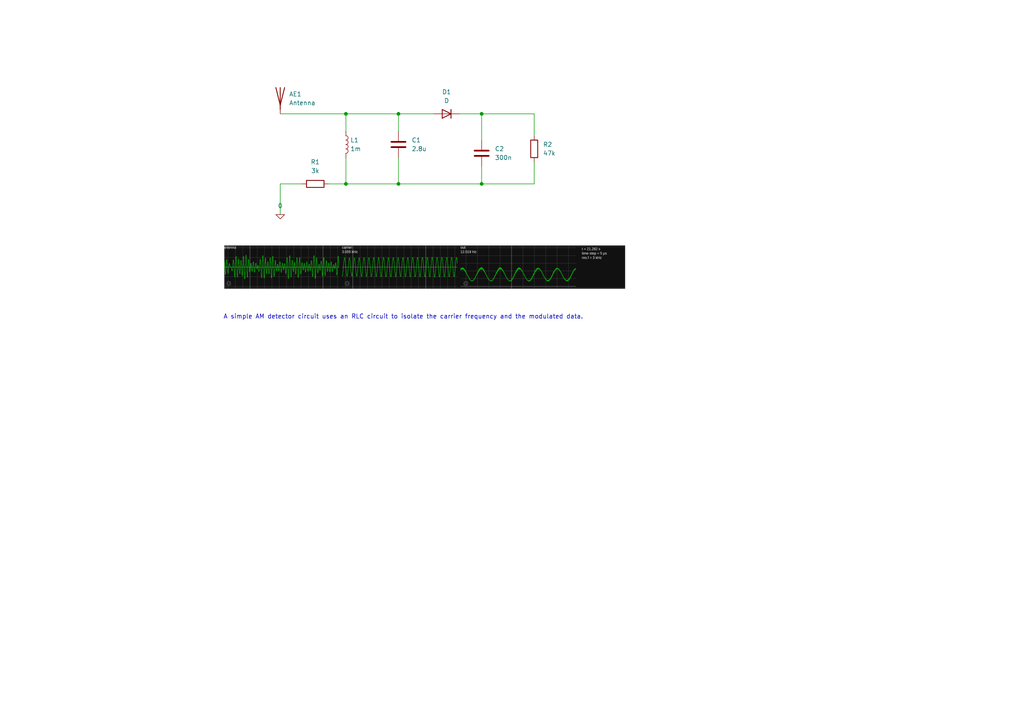
<source format=kicad_sch>
(kicad_sch (version 20230121) (generator eeschema)
  (paper "A4")
  (lib_symbols
    (symbol "Device:Antenna" (pin_numbers hide) (pin_names (offset 1.016) hide)
      (property "Reference" "AE" (at -1.905 1.905 0))
      (property "Value" "Antenna" (at -1.905 0 0))
      (symbol "Antenna_0_1"
        (polyline (pts (xy 0 2.54) (xy 0 -3.81)) (stroke (width 0.254)))
        (polyline (pts (xy 1.27 2.54) (xy 0 -2.54) (xy -1.27 2.54)) (stroke (width 0.254)))
      )
      (symbol "Antenna_1_1"
        (pin input line (at 0 -5.08 90) (length 2.54) (name "A") (number "1"))
      )
    )
    (symbol "Device:C" (pin_numbers hide) (pin_names (offset 0.254))
      (property "Reference" "C" (at 0.635 2.54 0))
      (property "Value" "C" (at 0.635 -2.54 0))
      (symbol "C_0_1"
        (polyline (pts (xy -2.032 -0.762) (xy 2.032 -0.762)) (stroke (width 0.508)))
        (polyline (pts (xy -2.032 0.762) (xy 2.032 0.762)) (stroke (width 0.508)))
      )
      (symbol "C_1_1"
        (pin passive line (at 0 3.81 270) (length 2.794) (name "~") (number "1"))
        (pin passive line (at 0 -3.81 90) (length 2.794) (name "~") (number "2"))
      )
    )
    (symbol "Device:D" (pin_numbers hide) (pin_names (offset 1.016) hide)
      (property "Reference" "D" (at 0 2.54 0))
      (property "Value" "D" (at 0 -2.54 0))
      (symbol "D_0_1"
        (polyline (pts (xy -1.27 1.27) (xy -1.27 -1.27)) (stroke (width 0.254)))
        (polyline (pts (xy 1.27 0) (xy -1.27 0)))
        (polyline (pts (xy 1.27 1.27) (xy 1.27 -1.27) (xy -1.27 0) (xy 1.27 1.27)) (stroke (width 0.254)))
      )
      (symbol "D_1_1"
        (pin passive line (at -3.81 0 0) (length 2.54) (name "K") (number "1"))
        (pin passive line (at 3.81 0 180) (length 2.54) (name "A") (number "2"))
      )
    )
    (symbol "Device:L" (pin_numbers hide) (pin_names (offset 1.016) hide)
      (property "Reference" "L" (at -1.27 0 90))
      (property "Value" "L" (at 1.905 0 90))
      (symbol "L_0_1"
        (arc (start 0 -2.54) (mid 0.6323 -1.905) (end 0 -1.27))
        (arc (start 0 -1.27) (mid 0.6323 -0.635) (end 0 0))
        (arc (start 0 0) (mid 0.6323 0.635) (end 0 1.27))
        (arc (start 0 1.27) (mid 0.6323 1.905) (end 0 2.54))
      )
      (symbol "L_1_1"
        (pin passive line (at 0 3.81 270) (length 1.27) (name "1") (number "1"))
        (pin passive line (at 0 -3.81 90) (length 1.27) (name "2") (number "2"))
      )
    )
    (symbol "Device:R" (pin_numbers hide) (pin_names (offset 0))
      (property "Reference" "R" (at 2.032 0 90))
      (property "Value" "R" (at 0 0 90))
      (symbol "R_0_1"
        (rectangle (start -1.016 -2.54) (end 1.016 2.54) (stroke (width 0.254)))
      )
      (symbol "R_1_1"
        (pin passive line (at 0 3.81 270) (length 1.27) (name "~") (number "1"))
        (pin passive line (at 0 -3.81 90) (length 1.27) (name "~") (number "2"))
      )
    )
    (symbol "Simulation_SPICE:0" (power) (pin_names (offset 0))
      (property "Value" "0" (at 0 -1.778 0))
      (symbol "0_0_1"
        (polyline (pts (xy -1.27 0) (xy 0 -1.27) (xy 1.27 0) (xy -1.27 0)))
      )
      (symbol "0_1_1"
        (pin power_in line (at 0 0 0) (length 0) hide (name "0") (number "1"))
      )
    )
  )
  (junction (at 139.7 33.02))
  (junction (at 139.7 53.34))
  (junction (at 100.33 53.34))
  (junction (at 115.57 33.02))
  (junction (at 100.33 33.02))
  (junction (at 115.57 53.34))
  (wire (pts (xy 139.7 53.34) (xy 115.57 53.34)))
  (wire (pts (xy 115.57 38.1) (xy 115.57 33.02)))
  (wire (pts (xy 139.7 33.02) (xy 154.94 33.02)))
  (wire (pts (xy 95.25 53.34) (xy 100.33 53.34)))
  (wire (pts (xy 139.7 48.26) (xy 139.7 53.34)))
  (wire (pts (xy 139.7 33.02) (xy 139.7 40.64)))
  (wire (pts (xy 133.35 33.02) (xy 139.7 33.02)))
  (wire (pts (xy 81.28 53.34) (xy 81.28 62.23)))
  (wire (pts (xy 154.94 33.02) (xy 154.94 39.37)))
  (wire (pts (xy 154.94 46.99) (xy 154.94 53.34)))
  (wire (pts (xy 100.33 33.02) (xy 115.57 33.02)))
  (wire (pts (xy 115.57 45.72) (xy 115.57 53.34)))
  (wire (pts (xy 154.94 53.34) (xy 139.7 53.34)))
  (wire (pts (xy 115.57 33.02) (xy 125.73 33.02)))
  (wire (pts (xy 100.33 33.02) (xy 81.28 33.02)))
  (wire (pts (xy 100.33 38.1) (xy 100.33 33.02)))
  (wire (pts (xy 115.57 53.34) (xy 100.33 53.34)))
  (wire (pts (xy 100.33 45.72) (xy 100.33 53.34)))
  (wire (pts (xy 87.63 53.34) (xy 81.28 53.34)))
  (image (at 123.19 77.47))
  (text "A simple AM detector circuit uses an RLC circuit to isolate the carrier frequency and the modulated data." (at 64.77 92.71 0) (effects (font (size 1.27 1.27)) (justify left bottom)))
  (symbol (lib_id "Device:D") (at 129.54 33.02 180) (unit 1)
    (property "Reference" "D1" (at 129.54 26.67 0))
    (property "Value" "D" (at 129.54 29.21 0))
    (property "Sim.Device" "D" (effects hide))
    (property "Sim.Pins" "1=K 2=A" (effects hide))
  )
  (symbol (lib_id "Device:R") (at 91.44 53.34 90) (unit 1)
    (property "Reference" "R1" (at 91.44 46.99 90))
    (property "Value" "3k" (at 91.44 49.53 90))
  )
  (symbol (lib_id "Simulation_SPICE:0") (at 81.28 62.23 0) (unit 1)
    (property "Reference" "#GND01" (effects hide))
    (property "Value" "0" (at 81.28 59.69 0))
  )
  (symbol (lib_id "Device:L") (at 100.33 41.91 0) (unit 1)
    (property "Reference" "L1" (at 101.6 40.64 0) (effects (justify left)))
    (property "Value" "1m" (at 101.6 43.18 0) (effects (justify left)))
  )
  (symbol (lib_id "Device:C") (at 139.7 44.45 0) (unit 1)
    (property "Reference" "C2" (at 143.51 43.18 0) (effects (justify left)))
    (property "Value" "300n" (at 143.51 45.72 0) (effects (justify left)))
  )
  (symbol (lib_id "Device:C") (at 115.57 41.91 0) (unit 1)
    (property "Reference" "C1" (at 119.38 40.64 0) (effects (justify left)))
    (property "Value" "2.8u" (at 119.38 43.18 0) (effects (justify left)))
  )
  (symbol (lib_id "Device:R") (at 154.94 43.18 0) (unit 1)
    (property "Reference" "R2" (at 157.48 41.91 0) (effects (justify left)))
    (property "Value" "47k" (at 157.48 44.45 0) (effects (justify left)))
  )
  (symbol (lib_id "Device:Antenna") (at 81.28 27.94 0) (unit 1)
    (property "Reference" "AE1" (at 83.82 27.305 0) (effects (justify left)))
    (property "Value" "Antenna" (at 83.82 29.845 0) (effects (justify left)))
  )
)
</source>
